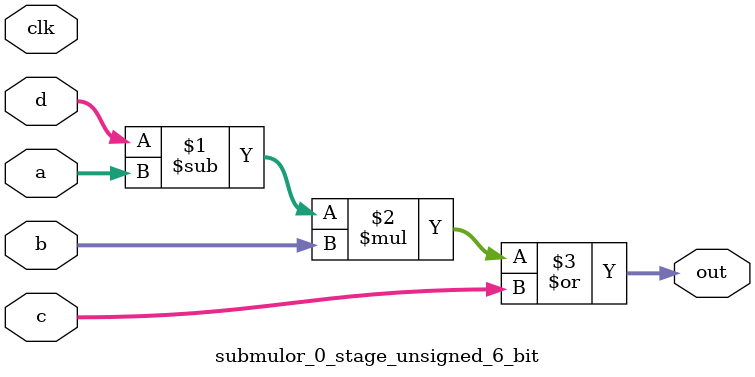
<source format=sv>
(* use_dsp = "yes" *) module submulor_0_stage_unsigned_6_bit(
	input  [5:0] a,
	input  [5:0] b,
	input  [5:0] c,
	input  [5:0] d,
	output [5:0] out,
	input clk);

	assign out = ((d - a) * b) | c;
endmodule

</source>
